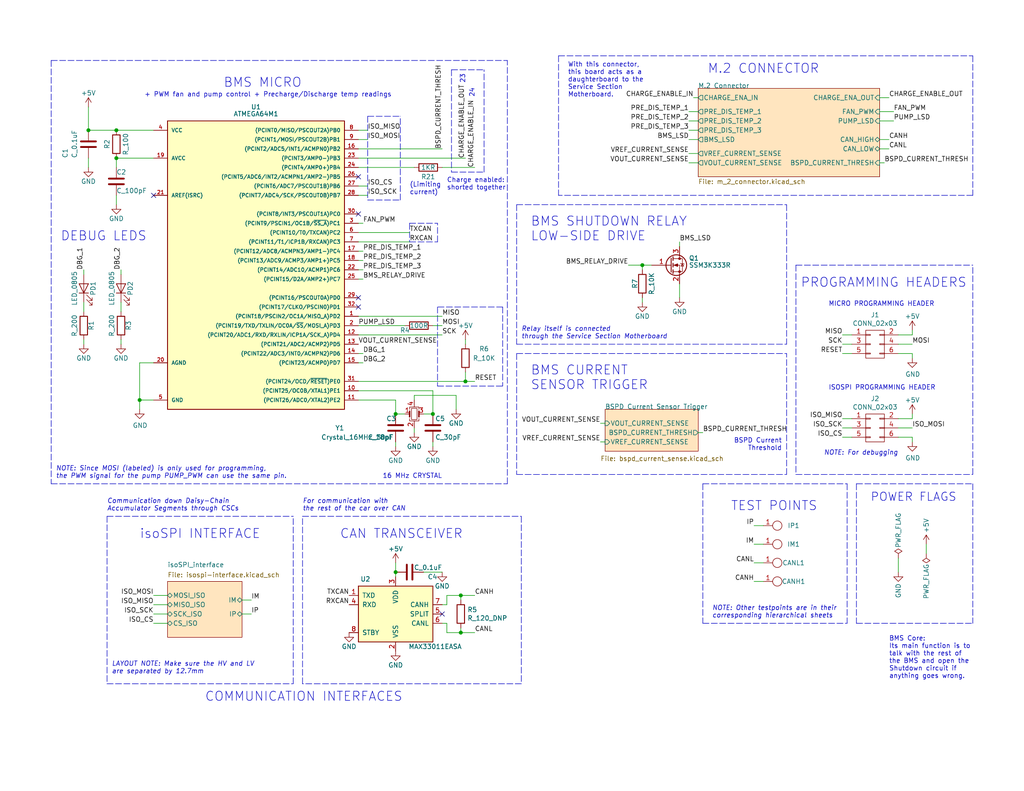
<source format=kicad_sch>
(kicad_sch (version 20211123) (generator eeschema)
  (paper "A")
  (title_block (title "BMS Core") (date "2022-12-03") (rev "0") (company "Olin Electric Motorsports") (comment 1 "Melissa Kazazic"))
  (lib_symbols
    (symbol "OEM:0u1F" (pin_numbers hide) (pin_names (offset 0.254))
      (property "Reference" "C" (at 0.635 2.54 0))
      (property "Value" "C_0.1uF" (at 0.635 -2.54 0))
      (symbol "0u1F_0_1"
        (polyline (pts (xy -2.032 -0.762) (xy 2.032 -0.762)) (stroke (width 0.508)))
        (polyline (pts (xy -2.032 0.762) (xy 2.032 0.762)) (stroke (width 0.508)))
      )
      (symbol "0u1F_1_1"
        (pin passive line (at 0 3.81 270) (length 2.794) (name "~") (number "1"))
        (pin passive line (at 0 -3.81 90) (length 2.794) (name "~") (number "2"))
      )
    )
    (symbol "OEM:100R" (pin_numbers hide) (pin_names (offset 0))
      (property "Reference" "R" (at 2.032 0 90))
      (property "Value" "R_100" (at -2.54 0 90))
      (symbol "100R_0_1"
        (rectangle (start -1.016 -2.54) (end 1.016 2.54) (stroke (width 0.254)))
      )
      (symbol "100R_1_1"
        (pin passive line (at 0 3.81 270) (length 1.27) (name "~") (number "1"))
        (pin passive line (at 0 -3.81 90) (length 1.27) (name "~") (number "2"))
      )
    )
    (symbol "OEM:100pF" (pin_numbers hide) (pin_names (offset 0.254))
      (property "Reference" "C" (at 0.635 2.54 0))
      (property "Value" "C_100pF" (at 0.635 -2.54 0))
      (symbol "100pF_0_1"
        (polyline (pts (xy -2.032 -0.762) (xy 2.032 -0.762)) (stroke (width 0.508)))
        (polyline (pts (xy -2.032 0.762) (xy 2.032 0.762)) (stroke (width 0.508)))
      )
      (symbol "100pF_1_1"
        (pin passive line (at 0 3.81 270) (length 2.794) (name "~") (number "1"))
        (pin passive line (at 0 -3.81 90) (length 2.794) (name "~") (number "2"))
      )
    )
    (symbol "OEM:10KR" (pin_numbers hide) (pin_names (offset 0))
      (property "Reference" "R" (at 2.032 0 90))
      (property "Value" "R_10K" (at -2.54 0 90))
      (symbol "10KR_0_1"
        (rectangle (start -1.016 -2.54) (end 1.016 2.54) (stroke (width 0.254)))
      )
      (symbol "10KR_1_1"
        (pin passive line (at 0 3.81 270) (length 1.27) (name "~") (number "1"))
        (pin passive line (at 0 -3.81 90) (length 1.27) (name "~") (number "2"))
      )
    )
    (symbol "OEM:120R_DNP" (pin_numbers hide) (pin_names (offset 0))
      (property "Reference" "R" (at 2.032 0 90))
      (property "Value" "R_120_DNP" (at -2.54 0 90))
      (symbol "120R_DNP_0_1"
        (rectangle (start -1.016 -2.54) (end 1.016 2.54) (stroke (width 0.254)))
      )
      (symbol "120R_DNP_1_1"
        (pin passive line (at 0 3.81 270) (length 1.27) (name "~") (number "1"))
        (pin passive line (at 0 -3.81 90) (length 1.27) (name "~") (number "2"))
      )
    )
    (symbol "OEM:1KR" (pin_numbers hide) (pin_names (offset 0))
      (property "Reference" "R" (at 2.032 0 90))
      (property "Value" "1KR" (at 0 0 90))
      (symbol "1KR_0_1"
        (rectangle (start -1.016 -2.54) (end 1.016 2.54) (stroke (width 0.254)))
      )
      (symbol "1KR_1_1"
        (pin passive line (at 0 3.81 270) (length 1.27) (name "~") (number "1"))
        (pin passive line (at 0 -3.81 90) (length 1.27) (name "~") (number "2"))
      )
    )
    (symbol "OEM:200R" (pin_numbers hide) (pin_names (offset 0))
      (property "Reference" "R" (at 2.032 0 90))
      (property "Value" "R_200" (at -2.54 0 90))
      (symbol "200R_0_1"
        (rectangle (start -1.016 -2.54) (end 1.016 2.54) (stroke (width 0.254)))
      )
      (symbol "200R_1_1"
        (pin passive line (at 0 3.81 270) (length 1.27) (name "~") (number "1"))
        (pin passive line (at 0 -3.81 90) (length 1.27) (name "~") (number "2"))
      )
    )
    (symbol "OEM:30pF" (pin_numbers hide) (pin_names (offset 0.254))
      (property "Reference" "C" (at 0.635 2.54 0))
      (property "Value" "C_30pF" (at 0.635 -2.54 0))
      (symbol "30pF_0_1"
        (polyline (pts (xy -2.032 -0.762) (xy 2.032 -0.762)) (stroke (width 0.508)))
        (polyline (pts (xy -2.032 0.762) (xy 2.032 0.762)) (stroke (width 0.508)))
      )
      (symbol "30pF_1_1"
        (pin passive line (at 0 3.81 270) (length 2.794) (name "~") (number "1"))
        (pin passive line (at 0 -3.81 90) (length 2.794) (name "~") (number "2"))
      )
    )
    (symbol "OEM:ATMEGA64M1" (pin_names (offset 1.016))
      (property "Reference" "U" (at -24.13 46.482 0))
      (property "Value" "ATMEGA64M1" (at 12.7 -35.56 0))
      (symbol "ATMEGA64M1_0_1"
        (rectangle (start -24.13 45.72) (end 24.13 -33.02) (stroke (width 0.254)) (fill (type background)))
      )
      (symbol "ATMEGA64M1_1_1"
        (pin bidirectional line (at 27.94 -7.62 180) (length 3.81) (name "(PCINT18/PSCIN2/OC1A/MISO_A)PD2") (number "1"))
        (pin bidirectional line (at 27.94 -27.94 180) (length 3.81) (name "(PCINT25/OC0B/XTAL1)PE1") (number "10"))
        (pin bidirectional line (at 27.94 -30.48 180) (length 3.81) (name "(PCINT26/ADC0/XTAL2)PE2") (number "11"))
        (pin bidirectional line (at 27.94 -12.7 180) (length 3.81) (name "(PCINT20/ADC1/RXD/RXLIN/ICP1A/SCK_A)PD4") (number "12"))
        (pin bidirectional line (at 27.94 -15.24 180) (length 3.81) (name "(PCINT21/ADC2/ACMP2)PD5") (number "13"))
        (pin bidirectional line (at 27.94 -17.78 180) (length 3.81) (name "(PCINT22/ADC3/INT0/ACMPN2)PD6") (number "14"))
        (pin bidirectional line (at 27.94 -20.32 180) (length 3.81) (name "(PCINT23/ACMP0)PD7") (number "15"))
        (pin bidirectional line (at 27.94 38.1 180) (length 3.81) (name "(PCINT2/ADC5/INT1/ACMPN0)PB2") (number "16"))
        (pin bidirectional line (at 27.94 10.16 180) (length 3.81) (name "(PCINT12/ADC8/ACMPN3/AMP1-)PC4") (number "17"))
        (pin bidirectional line (at 27.94 7.62 180) (length 3.81) (name "(PCINT13/ADC9/ACMP3/AMP1+)PC5") (number "18"))
        (pin power_in line (at -27.94 35.56 0) (length 3.81) (name "AVCC") (number "19"))
        (pin bidirectional line (at 27.94 -10.16 180) (length 3.81) (name "(PCINT19/TXD/TXLIN/OC0A/~{SS}/MOSI_A)PD3") (number "2"))
        (pin power_in line (at -27.94 -20.32 0) (length 3.81) (name "AGND") (number "20"))
        (pin power_in line (at -27.94 25.4 0) (length 3.81) (name "AREF(ISRC)") (number "21"))
        (pin bidirectional line (at 27.94 5.08 180) (length 3.81) (name "(PCINT14/ADC10/ACMP1)PC6") (number "22"))
        (pin bidirectional line (at 27.94 35.56 180) (length 3.81) (name "(PCINT3/AMP0-)PB3") (number "23"))
        (pin bidirectional line (at 27.94 33.02 180) (length 3.81) (name "(PCINT4/AMP0+)PB4") (number "24"))
        (pin bidirectional line (at 27.94 2.54 180) (length 3.81) (name "(PCINT15/D2A/AMP2+)PC7") (number "25"))
        (pin bidirectional line (at 27.94 30.48 180) (length 3.81) (name "(PCINT5/ADC6/INT2/ACMPN1/AMP2-)PB5") (number "26"))
        (pin bidirectional line (at 27.94 27.94 180) (length 3.81) (name "(PCINT6/ADC7/PSCOUT1B)PB6") (number "27"))
        (pin bidirectional line (at 27.94 25.4 180) (length 3.81) (name "(PCINT7/ADC4/SCK/PSCOUT0B)PB7") (number "28"))
        (pin bidirectional line (at 27.94 -2.54 180) (length 3.81) (name "(PCINT16/PSCOUT0A)PD0") (number "29"))
        (pin bidirectional line (at 27.94 17.78 180) (length 3.81) (name "(PCINT9/PSCIN1/OC1B/~{SS_A})PC1") (number "3"))
        (pin bidirectional line (at 27.94 20.32 180) (length 3.81) (name "(PCINT8/INT3/PSCOUT1A)PC0") (number "30"))
        (pin bidirectional line (at 27.94 -25.4 180) (length 3.81) (name "(PCINT24/OCD/~{RESET})PE0") (number "31"))
        (pin bidirectional line (at 27.94 -5.08 180) (length 3.81) (name "(PCINT17/CLKO/PSCIN0)PD1") (number "32"))
        (pin power_in line (at -27.94 43.18 0) (length 3.81) (name "VCC") (number "4"))
        (pin power_in line (at -27.94 -30.48 0) (length 3.81) (name "GND") (number "5"))
        (pin bidirectional line (at 27.94 15.24 180) (length 3.81) (name "(PCINT10/T0/TXCAN)PC2") (number "6"))
        (pin bidirectional line (at 27.94 12.7 180) (length 3.81) (name "(PCINT11/T1/ICP1B/RXCAN)PC3") (number "7"))
        (pin bidirectional line (at 27.94 43.18 180) (length 3.81) (name "(PCINT0/MISO/PSCOUT2A)PB0") (number "8"))
        (pin bidirectional line (at 27.94 40.64 180) (length 3.81) (name "(PCINT1/MOSI/PSCOUT2B)PB1") (number "9"))
      )
    )
    (symbol "OEM:CONN_02x03" (pin_names (offset 0.0254) hide)
      (property "Reference" "J" (at 0 5.08 0))
      (property "Value" "CONN_02x03" (at 0 -5.08 0))
      (symbol "CONN_02x03_0_1"
        (rectangle (start -2.54 -2.413) (end -1.27 -2.667))
        (rectangle (start -2.54 0.127) (end -1.27 -0.127))
        (rectangle (start -2.54 2.667) (end -1.27 2.413))
        (rectangle (start -2.54 3.81) (end 2.54 -3.81))
        (rectangle (start 1.27 -2.413) (end 2.54 -2.667))
        (rectangle (start 1.27 0.127) (end 2.54 -0.127))
        (rectangle (start 1.27 2.667) (end 2.54 2.413))
      )
      (symbol "CONN_02x03_1_1"
        (pin passive line (at -6.35 2.54 0) (length 3.81) (name "P1") (number "1"))
        (pin passive line (at 6.35 2.54 180) (length 3.81) (name "P2") (number "2"))
        (pin passive line (at -6.35 0 0) (length 3.81) (name "P3") (number "3"))
        (pin passive line (at 6.35 0 180) (length 3.81) (name "P4") (number "4"))
        (pin passive line (at -6.35 -2.54 0) (length 3.81) (name "P5") (number "5"))
        (pin passive line (at 6.35 -2.54 180) (length 3.81) (name "P6") (number "6"))
      )
    )
    (symbol "OEM:Crystal_16MHz_18pF" (pin_names (offset 1.016) hide)
      (property "Reference" "Y" (at 1.27 4.445 0))
      (property "Value" "Crystal_16MHz_18pF" (at 1.27 2.54 0))
      (symbol "Crystal_16MHz_18pF_0_1"
        (rectangle (start -0.762 -1.524) (end 0.762 1.524))
        (polyline (pts (xy -1.27 -0.762) (xy -1.27 0.762)) (stroke (width 0.381)))
        (polyline (pts (xy 1.27 -0.762) (xy 1.27 0.762)) (stroke (width 0.381)))
        (polyline (pts (xy -1.27 -1.27) (xy -1.27 -1.905) (xy 1.27 -1.905) (xy 1.27 -1.27)))
        (polyline (pts (xy -1.27 1.27) (xy -1.27 1.905) (xy 1.27 1.905) (xy 1.27 1.27)))
      )
      (symbol "Crystal_16MHz_18pF_1_1"
        (pin passive line (at -2.54 0 0) (length 1.27) (name "1") (number "1"))
        (pin passive line (at 0 -3.81 90) (length 1.905) (name "2") (number "2"))
        (pin passive line (at 2.54 0 180) (length 1.27) (name "3") (number "3"))
        (pin passive line (at 0 3.81 270) (length 1.905) (name "4") (number "4"))
      )
    )
    (symbol "OEM:LED_ORANGE" (pin_numbers hide) (pin_names (offset 1.016) hide)
      (property "Reference" "D" (at 0 -2.54 0))
      (property "Value" "LED_0805" (at 0 2.54 0))
      (symbol "LED_ORANGE_0_1"
        (polyline (pts (xy -1.27 -1.27) (xy -1.27 1.27)) (stroke (width 0.2032)))
        (polyline (pts (xy -1.27 0) (xy 1.27 0)))
        (polyline (pts (xy 1.27 -1.27) (xy 1.27 1.27) (xy -1.27 0) (xy 1.27 -1.27)) (stroke (width 0.2032)))
        (polyline (pts (xy -3.048 -0.762) (xy -4.572 -2.286) (xy -3.81 -2.286) (xy -4.572 -2.286) (xy -4.572 -1.524)))
        (polyline (pts (xy -1.778 -0.762) (xy -3.302 -2.286) (xy -2.54 -2.286) (xy -3.302 -2.286) (xy -3.302 -1.524)))
      )
      (symbol "LED_ORANGE_1_1"
        (pin passive line (at -3.81 0 0) (length 2.54) (name "K") (number "1"))
        (pin passive line (at 3.81 0 180) (length 2.54) (name "A") (number "2"))
      )
    )
    (symbol "OEM:MAX33011EASA" (pin_names (offset 1.016))
      (property "Reference" "U" (at -10.16 8.89 0))
      (property "Value" "MAX33011EASA" (at 2.54 8.89 0))
      (symbol "MAX33011EASA_0_1"
        (rectangle (start -10.16 7.62) (end 10.16 -7.62) (stroke (width 0.254)) (fill (type background)))
      )
      (symbol "MAX33011EASA_1_1"
        (pin input line (at -12.7 5.08 0) (length 2.54) (name "TXD") (number "1"))
        (pin power_in line (at 0 -10.16 90) (length 2.54) (name "VSS") (number "2"))
        (pin power_in line (at 0 10.16 270) (length 2.54) (name "VDD") (number "3"))
        (pin output line (at -12.7 2.54 0) (length 2.54) (name "RXD") (number "4"))
        (pin passive line (at 12.7 0 180) (length 2.54) (name "SPLIT") (number "5"))
        (pin bidirectional line (at 12.7 -2.54 180) (length 2.54) (name "CANL") (number "6"))
        (pin bidirectional line (at 12.7 2.54 180) (length 2.54) (name "CANH") (number "7"))
        (pin input line (at -12.7 -5.08 0) (length 2.54) (name "STBY") (number "8"))
      )
    )
    (symbol "OEM:SSM3K333R" (pin_names (offset 0) hide)
      (property "Reference" "Q" (at 5.08 1.905 0))
      (property "Value" "SSM3K333R" (at 5.08 0 0))
      (symbol "SSM3K333R_0_1"
        (polyline (pts (xy 0.762 -1.778) (xy 2.54 -1.778)))
        (polyline (pts (xy 0.762 -1.27) (xy 0.762 -2.286)) (stroke (width 0.254)))
        (polyline (pts (xy 0.762 0) (xy 2.54 0)))
        (polyline (pts (xy 0.762 0.508) (xy 0.762 -0.508)) (stroke (width 0.254)))
        (polyline (pts (xy 0.762 1.778) (xy 2.54 1.778)))
        (polyline (pts (xy 0.762 2.286) (xy 0.762 1.27)) (stroke (width 0.254)))
        (polyline (pts (xy 2.54 -1.778) (xy 2.54 -2.54)))
        (polyline (pts (xy 2.54 -1.778) (xy 2.54 0)))
        (polyline (pts (xy 2.54 2.54) (xy 2.54 1.778)))
        (polyline (pts (xy 0.254 1.905) (xy 0.254 -1.905) (xy 0.254 -1.905)) (stroke (width 0.254)))
        (polyline (pts (xy 1.016 0) (xy 2.032 0.381) (xy 2.032 -0.381) (xy 1.016 0)) (fill (type outline)))
        (polyline (pts (xy 2.54 -1.778) (xy 3.302 -1.778) (xy 3.302 1.778) (xy 2.54 1.778)))
        (polyline (pts (xy 2.794 0.508) (xy 2.921 0.381) (xy 3.683 0.381) (xy 3.81 0.254)))
        (polyline (pts (xy 3.302 0.381) (xy 2.921 -0.254) (xy 3.683 -0.254) (xy 3.302 0.381)))
        (circle (center 1.651 0) (radius 2.8194) (stroke (width 0.254)))
        (circle (center 2.54 -1.778) (radius 0.2794) (fill (type outline)))
        (circle (center 2.54 1.778) (radius 0.2794) (fill (type outline)))
      )
      (symbol "SSM3K333R_1_1"
        (pin input line (at -5.08 0 0) (length 5.334) (name "G") (number "1"))
        (pin passive line (at 2.54 -5.08 90) (length 2.54) (name "S") (number "2"))
        (pin passive line (at 2.54 5.08 270) (length 2.54) (name "D") (number "3"))
      )
    )
    (symbol "OEM:TP_SMD" (pin_names (offset 1.016))
      (property "Reference" "TP" (at 0 7.62 0))
      (property "Value" "Test_Point_SMD" (at 1.27 5.08 0))
      (symbol "TP_SMD_1_1"
        (circle (center 0 2.54) (radius 1.27))
        (pin input line (at 0 -1.27 90) (length 2.54) (name "~") (number "1"))
      )
    )
    (symbol "power:+5V" (power) (pin_names (offset 0))
      (property "Value" "+5V" (at 0 3.556 0))
      (symbol "+5V_0_1"
        (polyline (pts (xy -0.762 1.27) (xy 0 2.54)))
        (polyline (pts (xy 0 0) (xy 0 2.54)))
        (polyline (pts (xy 0 2.54) (xy 0.762 1.27)))
      )
      (symbol "+5V_1_1"
        (pin power_in line (at 0 0 90) (length 0) hide (name "+5V") (number "1"))
      )
    )
    (symbol "power:GND" (power) (pin_names (offset 0))
      (property "Value" "GND" (at 0 -3.81 0))
      (symbol "GND_0_1"
        (polyline (pts (xy 0 0) (xy 0 -1.27) (xy 1.27 -1.27) (xy 0 -2.54) (xy -1.27 -1.27) (xy 0 -1.27)))
      )
      (symbol "GND_1_1"
        (pin power_in line (at 0 0 270) (length 0) hide (name "GND") (number "1"))
      )
    )
    (symbol "power:PWR_FLAG" (power) (pin_numbers hide) (pin_names (offset 0) hide)
      (property "Value" "PWR_FLAG" (at 0 3.81 0))
      (symbol "PWR_FLAG_0_0"
        (pin power_out line (at 0 0 90) (length 0) (name "pwr") (number "1"))
      )
      (symbol "PWR_FLAG_0_1"
        (polyline (pts (xy 0 0) (xy 0 1.27) (xy -1.016 1.905) (xy 0 2.54) (xy 1.016 1.905) (xy 0 1.27)))
      )
    )
  )
  (junction (at 125.73 162.56))
  (junction (at 38.1 109.22))
  (junction (at 125.73 172.72))
  (junction (at 175.26 72.39))
  (junction (at 118.11 113.03))
  (junction (at 31.75 43.18))
  (junction (at 127 104.14))
  (junction (at 31.75 35.56))
  (junction (at 24.13 35.56))
  (junction (at 107.95 113.03))
  (junction (at 107.95 156.21))
  (no_connect (at 97.79 81.28))
  (no_connect (at 97.79 58.42))
  (no_connect (at 41.91 53.34))
  (no_connect (at 120.65 167.64))
  (no_connect (at 97.79 48.26))
  (no_connect (at 97.79 83.82))
  (wire (pts (xy 125.73 172.72) (xy 125.73 171.45)))
  (wire (pts (xy 208.28 143.51) (xy 205.74 143.51)))
  (polyline (pts (xy 265.43 129.54) (xy 265.43 72.39)))
  (wire (pts (xy 41.91 170.18) (xy 45.72 170.18)))
  (wire (pts (xy 248.92 119.38) (xy 245.11 119.38)))
  (wire (pts (xy 22.86 73.66) (xy 22.86 74.93)))
  (wire (pts (xy 121.92 162.56) (xy 125.73 162.56)))
  (wire (pts (xy 107.95 153.67) (xy 107.95 156.21)))
  (wire (pts (xy 113.03 118.11) (xy 113.03 116.84)))
  (polyline (pts (xy 137.16 83.82) (xy 137.16 105.41)))
  (polyline (pts (xy 217.17 72.39) (xy 265.43 72.39)))
  (wire (pts (xy 245.11 152.4) (xy 245.11 156.21)))
  (wire (pts (xy 22.86 82.55) (xy 22.86 85.09)))
  (wire (pts (xy 107.95 120.65) (xy 107.95 121.92)))
  (polyline (pts (xy 152.4 15.24) (xy 152.4 53.34)))
  (polyline (pts (xy 82.55 140.97) (xy 142.24 140.97)))
  (polyline (pts (xy 140.97 55.88) (xy 140.97 93.98)))
  (wire (pts (xy 22.86 92.71) (xy 22.86 93.98)))
  (polyline (pts (xy 233.68 132.08) (xy 265.43 132.08)))
  (wire (pts (xy 248.92 97.79) (xy 248.92 96.52)))
  (wire (pts (xy 190.5 33.02) (xy 187.96 33.02)))
  (wire (pts (xy 41.91 167.64) (xy 45.72 167.64)))
  (polyline (pts (xy 191.77 170.18) (xy 231.14 170.18)))
  (wire (pts (xy 242.57 38.1) (xy 240.03 38.1)))
  (polyline (pts (xy 111.76 60.96) (xy 111.76 66.04)))
  (wire (pts (xy 115.57 156.21) (xy 120.65 156.21)))
  (wire (pts (xy 163.83 120.65) (xy 165.1 120.65)))
  (wire (pts (xy 41.91 162.56) (xy 45.72 162.56)))
  (wire (pts (xy 189.23 26.67) (xy 190.5 26.67)))
  (polyline (pts (xy 142.24 186.69) (xy 82.55 186.69)))
  (wire (pts (xy 125.73 162.56) (xy 129.54 162.56)))
  (polyline (pts (xy 100.33 31.75) (xy 100.33 54.61)))
  (wire (pts (xy 97.79 91.44) (xy 120.65 91.44)))
  (wire (pts (xy 187.96 35.56) (xy 190.5 35.56)))
  (polyline (pts (xy 123.19 19.05) (xy 132.08 19.05)))
  (wire (pts (xy 24.13 35.56) (xy 31.75 35.56)))
  (polyline (pts (xy 29.21 140.97) (xy 29.21 186.69)))
  (wire (pts (xy 124.46 111.76) (xy 124.46 107.95)))
  (wire (pts (xy 120.65 45.72) (xy 129.54 45.72)))
  (wire (pts (xy 125.73 172.72) (xy 129.54 172.72)))
  (wire (pts (xy 38.1 99.06) (xy 38.1 109.22)))
  (wire (pts (xy 229.87 114.3) (xy 232.41 114.3)))
  (wire (pts (xy 97.79 66.04) (xy 111.76 66.04)))
  (polyline (pts (xy 265.43 53.34) (xy 152.4 53.34)))
  (wire (pts (xy 252.73 148.59) (xy 252.73 151.13)))
  (wire (pts (xy 121.92 172.72) (xy 121.92 170.18)))
  (polyline (pts (xy 119.38 83.82) (xy 119.38 105.41)))
  (polyline (pts (xy 217.17 129.54) (xy 265.43 129.54)))
  (wire (pts (xy 97.79 68.58) (xy 99.06 68.58)))
  (wire (pts (xy 229.87 91.44) (xy 232.41 91.44)))
  (wire (pts (xy 107.95 156.21) (xy 107.95 157.48)))
  (polyline (pts (xy 265.43 132.08) (xy 265.43 170.18)))
  (wire (pts (xy 118.11 106.68) (xy 118.11 113.03)))
  (wire (pts (xy 175.26 82.55) (xy 175.26 81.28)))
  (wire (pts (xy 31.75 35.56) (xy 41.91 35.56)))
  (polyline (pts (xy 214.63 129.54) (xy 214.63 96.52)))
  (wire (pts (xy 97.79 45.72) (xy 113.03 45.72)))
  (wire (pts (xy 33.02 73.66) (xy 33.02 74.93)))
  (wire (pts (xy 97.79 60.96) (xy 99.06 60.96)))
  (wire (pts (xy 229.87 116.84) (xy 232.41 116.84)))
  (wire (pts (xy 175.26 72.39) (xy 175.26 73.66)))
  (polyline (pts (xy 152.4 15.24) (xy 265.43 15.24)))
  (wire (pts (xy 121.92 172.72) (xy 125.73 172.72)))
  (wire (pts (xy 185.42 77.47) (xy 185.42 81.28)))
  (wire (pts (xy 208.28 153.67) (xy 205.74 153.67)))
  (wire (pts (xy 97.79 104.14) (xy 127 104.14)))
  (wire (pts (xy 229.87 93.98) (xy 232.41 93.98)))
  (wire (pts (xy 24.13 43.18) (xy 24.13 45.72)))
  (wire (pts (xy 66.04 163.83) (xy 68.58 163.83)))
  (wire (pts (xy 118.11 120.65) (xy 118.11 121.92)))
  (polyline (pts (xy 214.63 55.88) (xy 214.63 93.98)))
  (polyline (pts (xy 137.16 83.82) (xy 119.38 83.82)))
  (polyline (pts (xy 233.68 170.18) (xy 265.43 170.18)))
  (wire (pts (xy 175.26 72.39) (xy 171.45 72.39)))
  (polyline (pts (xy 123.19 19.05) (xy 123.19 46.99)))
  (wire (pts (xy 97.79 50.8) (xy 100.33 50.8)))
  (polyline (pts (xy 233.68 132.08) (xy 233.68 170.18)))
  (wire (pts (xy 97.79 53.34) (xy 100.33 53.34)))
  (wire (pts (xy 248.92 96.52) (xy 245.11 96.52)))
  (wire (pts (xy 190.5 118.11) (xy 191.77 118.11)))
  (wire (pts (xy 97.79 106.68) (xy 118.11 106.68)))
  (polyline (pts (xy 140.97 129.54) (xy 214.63 129.54)))
  (wire (pts (xy 242.57 26.67) (xy 240.03 26.67)))
  (polyline (pts (xy 231.14 132.08) (xy 231.14 170.18)))
  (wire (pts (xy 107.95 113.03) (xy 110.49 113.03)))
  (wire (pts (xy 97.79 88.9) (xy 110.49 88.9)))
  (polyline (pts (xy 29.21 186.69) (xy 80.01 186.69)))
  (wire (pts (xy 248.92 90.17) (xy 248.92 91.44)))
  (polyline (pts (xy 82.55 186.69) (xy 82.55 140.97)))
  (wire (pts (xy 245.11 91.44) (xy 248.92 91.44)))
  (wire (pts (xy 121.92 162.56) (xy 121.92 165.1)))
  (wire (pts (xy 208.28 148.59) (xy 205.74 148.59)))
  (wire (pts (xy 66.04 167.64) (xy 68.58 167.64)))
  (wire (pts (xy 97.79 86.36) (xy 120.65 86.36)))
  (wire (pts (xy 127 101.6) (xy 127 104.14)))
  (wire (pts (xy 99.06 76.2) (xy 97.79 76.2)))
  (wire (pts (xy 187.96 41.91) (xy 190.5 41.91)))
  (polyline (pts (xy 140.97 96.52) (xy 214.63 96.52)))
  (wire (pts (xy 229.87 96.52) (xy 232.41 96.52)))
  (wire (pts (xy 187.96 30.48) (xy 190.5 30.48)))
  (wire (pts (xy 121.92 170.18) (xy 120.65 170.18)))
  (polyline (pts (xy 140.97 93.98) (xy 214.63 93.98)))
  (wire (pts (xy 97.79 71.12) (xy 99.06 71.12)))
  (polyline (pts (xy 265.43 15.24) (xy 265.43 53.34)))
  (polyline (pts (xy 191.77 132.08) (xy 231.14 132.08)))
  (polyline (pts (xy 142.24 140.97) (xy 142.24 186.69)))
  (wire (pts (xy 97.79 109.22) (xy 107.95 109.22)))
  (wire (pts (xy 38.1 109.22) (xy 38.1 111.76)))
  (polyline (pts (xy 138.43 132.08) (xy 138.43 16.51)))
  (wire (pts (xy 31.75 53.34) (xy 31.75 55.88)))
  (wire (pts (xy 24.13 35.56) (xy 24.13 29.21)))
  (wire (pts (xy 107.95 109.22) (xy 107.95 113.03)))
  (wire (pts (xy 100.33 35.56) (xy 97.79 35.56)))
  (wire (pts (xy 127 92.71) (xy 127 93.98)))
  (wire (pts (xy 33.02 82.55) (xy 33.02 85.09)))
  (wire (pts (xy 125.73 162.56) (xy 125.73 163.83)))
  (wire (pts (xy 229.87 119.38) (xy 232.41 119.38)))
  (wire (pts (xy 118.11 88.9) (xy 120.65 88.9)))
  (wire (pts (xy 115.57 113.03) (xy 118.11 113.03)))
  (polyline (pts (xy 119.38 66.04) (xy 119.38 60.96)))
  (wire (pts (xy 175.26 72.39) (xy 177.8 72.39)))
  (wire (pts (xy 31.75 43.18) (xy 41.91 43.18)))
  (polyline (pts (xy 80.01 186.69) (xy 80.01 140.97)))
  (wire (pts (xy 248.92 120.65) (xy 248.92 119.38)))
  (polyline (pts (xy 111.76 60.96) (xy 119.38 60.96)))
  (wire (pts (xy 41.91 99.06) (xy 38.1 99.06)))
  (wire (pts (xy 41.91 165.1) (xy 45.72 165.1)))
  (wire (pts (xy 33.02 92.71) (xy 33.02 93.98)))
  (polyline (pts (xy 13.97 16.51) (xy 13.97 132.08)))
  (wire (pts (xy 113.03 107.95) (xy 113.03 109.22)))
  (wire (pts (xy 240.03 33.02) (xy 243.84 33.02)))
  (wire (pts (xy 31.75 43.18) (xy 31.75 45.72)))
  (wire (pts (xy 97.79 43.18) (xy 127 43.18)))
  (polyline (pts (xy 109.22 54.61) (xy 109.22 31.75)))
  (polyline (pts (xy 100.33 54.61) (xy 109.22 54.61)))
  (wire (pts (xy 97.79 99.06) (xy 99.06 99.06)))
  (wire (pts (xy 38.1 109.22) (xy 41.91 109.22)))
  (wire (pts (xy 97.79 63.5) (xy 111.76 63.5)))
  (polyline (pts (xy 13.97 16.51) (xy 138.43 16.51)))
  (wire (pts (xy 240.03 30.48) (xy 243.84 30.48)))
  (wire (pts (xy 97.79 40.64) (xy 120.65 40.64)))
  (polyline (pts (xy 100.33 31.75) (xy 109.22 31.75)))
  (wire (pts (xy 242.57 40.64) (xy 240.03 40.64)))
  (wire (pts (xy 121.92 165.1) (xy 120.65 165.1)))
  (polyline (pts (xy 132.08 46.99) (xy 132.08 19.05)))
  (wire (pts (xy 99.06 73.66) (xy 97.79 73.66)))
  (wire (pts (xy 97.79 38.1) (xy 100.33 38.1)))
  (wire (pts (xy 248.92 113.03) (xy 248.92 114.3)))
  (polyline (pts (xy 217.17 72.39) (xy 217.17 129.54)))
  (wire (pts (xy 208.28 158.75) (xy 205.74 158.75)))
  (polyline (pts (xy 13.97 132.08) (xy 138.43 132.08)))
  (polyline (pts (xy 140.97 55.88) (xy 214.63 55.88)))
  (wire (pts (xy 187.96 44.45) (xy 190.5 44.45)))
  (wire (pts (xy 248.92 93.98) (xy 245.11 93.98)))
  (polyline (pts (xy 140.97 96.52) (xy 140.97 129.54)))
  (wire (pts (xy 185.42 66.04) (xy 185.42 67.31)))
  (polyline (pts (xy 29.21 140.97) (xy 80.01 140.97)))
  (polyline (pts (xy 123.19 46.99) (xy 132.08 46.99)))
  (wire (pts (xy 97.79 96.52) (xy 99.06 96.52)))
  (wire (pts (xy 240.03 44.45) (xy 241.3 44.45)))
  (wire (pts (xy 124.46 107.95) (xy 113.03 107.95)))
  (wire (pts (xy 245.11 114.3) (xy 248.92 114.3)))
  (wire (pts (xy 127 104.14) (xy 129.54 104.14)))
  (wire (pts (xy 187.96 38.1) (xy 190.5 38.1)))
  (polyline (pts (xy 191.77 132.08) (xy 191.77 170.18)))
  (wire (pts (xy 248.92 116.84) (xy 245.11 116.84)))
  (wire (pts (xy 163.83 115.57) (xy 165.1 115.57)))
  (polyline (pts (xy 119.38 105.41) (xy 137.16 105.41)))
  (polyline (pts (xy 111.76 66.04) (xy 119.38 66.04)))
  (text "BMS SHUTDOWN RELAY\nLOW-SIDE DRIVE" (at 144.78 66.04 0) (effects (font (size 2.4892 2.4892)) (justify left bottom)))
  (text "MICRO PROGRAMMING HEADER\n" (at 226.06 83.82 0) (effects (font (size 1.27 1.27)) (justify left bottom)))
  (text "POWER FLAGS\n" (at 237.49 137.16 0) (effects (font (size 2.2606 2.2606)) (justify left bottom)))
  (text "NOTE: Other testpoints are in their\ncorresponding hierarchical sheets" (at 194.31 168.91 0) (effects (font (size 1.27 1.27) italic) (justify left bottom)))
  (text "Charge enabled:\nshorted together" (at 121.92 52.07 0) (effects (font (size 1.27 1.27)) (justify left bottom)))
  (text "For communication with\nthe rest of the car over CAN" (at 82.55 139.7 0) (effects (font (size 1.27 1.27) italic) (justify left bottom)))
  (text "23" (at 127 22.86 90) (effects (font (size 1.27 1.27)) (justify left bottom)))
  (text "ISOSPI PROGRAMMING HEADER" (at 226.06 106.68 0) (effects (font (size 1.27 1.27)) (justify left bottom)))
  (text "BMS CURRENT \nSENSOR TRIGGER" (at 144.78 106.68 0) (effects (font (size 2.4892 2.4892)) (justify left bottom)))
  (text "+ PWM fan and pump control + Precharge/Discharge temp readings" (at 39.37 26.67 0) (effects (font (size 1.27 1.27)) (justify left bottom)))
  (text "BMS MICRO" (at 60.96 24.13 0) (effects (font (size 2.4892 2.4892)) (justify left bottom)))
  (text "(Limiting\ncurrent)" (at 111.76 53.34 0) (effects (font (size 1.27 1.27)) (justify left bottom)))
  (text "Communication down Daisy-Chain\nAccumulator Segments through CSCs" (at 29.21 139.7 0) (effects (font (size 1.27 1.27) italic) (justify left bottom)))
  (text "isoSPI INTERFACE" (at 38.1 147.32 0) (effects (font (size 2.4892 2.4892)) (justify left bottom)))
  (text "COMMUNICATION INTERFACES" (at 55.88 191.77 0) (effects (font (size 2.4892 2.4892)) (justify left bottom)))
  (text "With this connector,\nthis board acts as a \ndaughterboard to the\nService Section\nMotherboard." (at 154.94 26.67 0) (effects (font (size 1.27 1.27)) (justify left bottom)))
  (text "Relay itself is connected\nthrough the Service Section Motherboard" (at 142.24 92.71 0) (effects (font (size 1.27 1.27) italic) (justify left bottom)))
  (text "PROGRAMMING HEADERS" (at 218.44 78.74 0) (effects (font (size 2.4892 2.4892)) (justify left bottom)))
  (text "DEBUG LEDS" (at 16.51 66.04 0) (effects (font (size 2.4892 2.4892)) (justify left bottom)))
  (text "LAYOUT NOTE: Make sure the HV and LV\nare separated by 12.7mm" (at 30.48 184.15 0) (effects (font (size 1.27 1.27) italic) (justify left bottom)))
  (text "M.2 CONNECTOR" (at 193.04 20.32 0) (effects (font (size 2.4892 2.4892)) (justify left bottom)))
  (text "NOTE: For debugging" (at 224.79 124.46 0) (effects (font (size 1.27 1.27) italic) (justify left bottom)))
  (text "24" (at 129.54 26.67 90) (effects (font (size 1.27 1.27)) (justify left bottom)))
  (text "BSPD Current\nThreshold" (at 213.36 123.19 180) (effects (font (size 1.27 1.27)) (justify right bottom)))
  (text "TEST POINTS" (at 199.39 139.7 0) (effects (font (size 2.4892 2.4892)) (justify left bottom)))
  (text "NOTE: Since MOSI (labeled) is only used for programming,\nthe PWM signal for the pump PUMP_PWM can use the same pin." (at 15.24 130.81 0) (effects (font (size 1.27 1.27) italic) (justify left bottom)))
  (text "CAN TRANSCEIVER" (at 92.71 147.32 0) (effects (font (size 2.4892 2.4892)) (justify left bottom)))
  (text "16 MHz CRYSTAL" (at 120.65 130.81 180) (effects (font (size 1.27 1.27)) (justify right bottom)))
  (text "BMS Core:\nIts main function is to\ntalk with the rest of\nthe BMS and open the \nShutdown circuit if\nanything goes wrong." (at 242.57 185.42 0) (effects (font (size 1.27 1.27)) (justify left bottom)))
  (label "VOUT_CURRENT_SENSE" (at 97.79 93.98 0))
  (label "ISO_MISO" (at 100.33 35.56 0))
  (label "CHARGE_ENABLE_OUT" (at 127 43.18 90))
  (label "CANL" (at 242.57 40.64 0))
  (label "CANH" (at 205.74 158.75 180))
  (label "CANL" (at 129.54 172.72 0))
  (label "TXCAN" (at 111.76 63.5 0))
  (label "BMS_RELAY_DRIVE" (at 99.06 76.2 0))
  (label "MISO" (at 229.87 91.44 180))
  (label "BMS_LSD" (at 185.42 66.04 0))
  (label "PUMP_LSD" (at 243.84 33.02 0))
  (label "PRE_DIS_TEMP_3" (at 187.96 35.56 180))
  (label "ISO_SCK" (at 229.87 116.84 180))
  (label "ISO_MOSI" (at 41.91 162.56 180))
  (label "CANL" (at 205.74 153.67 180))
  (label "RESET" (at 229.87 96.52 180))
  (label "PRE_DIS_TEMP_1" (at 99.06 68.58 0))
  (label "SCK" (at 229.87 93.98 180))
  (label "CANH" (at 129.54 162.56 0))
  (label "CHARGE_ENABLE_IN" (at 129.54 45.72 90))
  (label "BSPD_CURRENT_THRESH" (at 241.3 44.45 0))
  (label "VREF_CURRENT_SENSE" (at 187.96 41.91 180))
  (label "BMS_RELAY_DRIVE" (at 171.45 72.39 180))
  (label "ISO_SCK" (at 100.33 53.34 0))
  (label "BSPD_CURRENT_THRESH" (at 120.65 40.64 90))
  (label "ISO_MISO" (at 229.87 114.3 180))
  (label "ISO_CS" (at 41.91 170.18 180))
  (label "VOUT_CURRENT_SENSE" (at 187.96 44.45 180))
  (label "BMS_LSD" (at 187.96 38.1 180))
  (label "DBG_1" (at 22.86 73.66 90))
  (label "RXCAN" (at 95.25 165.1 180))
  (label "DBG_2" (at 99.06 99.06 0))
  (label "SCK" (at 120.65 91.44 0))
  (label "BSPD_CURRENT_THRESH" (at 191.77 118.11 0))
  (label "CANH" (at 242.57 38.1 0))
  (label "IP" (at 205.74 143.51 180))
  (label "ISO_CS" (at 229.87 119.38 180))
  (label "ISO_SCK" (at 41.91 167.64 180))
  (label "RESET" (at 129.54 104.14 0))
  (label "FAN_PWM" (at 99.06 60.96 0))
  (label "ISO_MOSI" (at 100.33 38.1 0))
  (label "IP" (at 68.58 167.64 0))
  (label "PRE_DIS_TEMP_2" (at 99.06 71.12 0))
  (label "PRE_DIS_TEMP_1" (at 187.96 30.48 180))
  (label "PRE_DIS_TEMP_2" (at 187.96 33.02 180))
  (label "MOSI" (at 120.65 88.9 0))
  (label "RXCAN" (at 111.76 66.04 0))
  (label "DBG_2" (at 33.02 73.66 90))
  (label "ISO_CS" (at 100.33 50.8 0))
  (label "FAN_PWM" (at 243.84 30.48 0))
  (label "IM" (at 68.58 163.83 0))
  (label "VREF_CURRENT_SENSE" (at 163.83 120.65 180))
  (label "PUMP_LSD" (at 97.79 88.9 0))
  (label "DBG_1" (at 99.06 96.52 0))
  (label "CHARGE_ENABLE_IN" (at 189.23 26.67 180))
  (label "ISO_MISO" (at 41.91 165.1 180))
  (label "IM" (at 205.74 148.59 180))
  (label "ISO_MOSI" (at 248.92 116.84 0))
  (label "PRE_DIS_TEMP_3" (at 99.06 73.66 0))
  (label "TXCAN" (at 95.25 162.56 180))
  (label "MOSI" (at 248.92 93.98 0))
  (label "VOUT_CURRENT_SENSE" (at 163.83 115.57 180))
  (label "CHARGE_ENABLE_OUT" (at 242.57 26.67 0))
  (label "MISO" (at 120.65 86.36 0))
  (symbol (lib_id "OEM:30pF") (at 107.95 116.84 0) (unit 1)
    (property "Reference" "C3" (at 105.41 114.3 0) (effects (justify left)))
    (property "Value" "C_30pF" (at 100.33 119.38 0) (effects (justify left)))
    (property "Footprint" "OEM:C_0603" (effects hide))
    (property "Datasheet" "https://media.digikey.com/pdf/Data%20Sheets/Samsung%20PDFs/CL_Series_MLCC_ds.pdf" (effects hide))
    (property "MPN" "1276-1130-1-ND" (effects hide))
    (property "MFN" "Digi-Key" (effects hide))
    (property "Package" "Value" (effects hide))
    (property "PurchasingLink" "https://www.digikey.com/product-detail/en/samsung-electro-mechanics-america-inc/CL21C300JBANNNC/1276-1130-1-ND/3889216" (effects hide))
  )
  (symbol (lib_id "power:GND") (at 24.13 45.72 0) (unit 1)
    (property "Reference" "#PWR?" (effects hide))
    (property "Value" "GND" (at 24.13 49.53 0))
  )
  (symbol (lib_id "OEM:0u1F") (at 24.13 39.37 0) (unit 1)
    (property "Reference" "C1" (at 17.78 43.18 90) (effects (justify left)))
    (property "Value" "C_0.1uF" (at 20.32 43.18 90) (effects (justify left)))
    (property "Footprint" "OEM:C_0603" (effects hide))
    (property "Datasheet" "http://datasheets.avx.com/X7RDielectric.pdf" (effects hide))
    (property "MPN" "478-3352-1-ND" (effects hide))
    (property "MFN" "Digi-Key" (effects hide))
    (property "Package" "Value" (effects hide))
    (property "PurchasingLink" "https://www.digikey.com/products/en?keywords=478-3352-1-ND" (effects hide))
  )
  (symbol (lib_id "OEM:CONN_02x03") (at 238.76 93.98 0) (unit 1)
    (property "Reference" "J1" (at 238.76 85.979 0))
    (property "Value" "CONN_02x03" (at 238.76 88.2904 0))
    (property "Footprint" "footprints:Pin_Header_Straight_2x03" (effects hide))
    (property "Datasheet" "http://portal.fciconnect.com/Comergent//fci/drawing/67996.pdf" (effects hide))
    (property "MFN" "DK" (effects hide))
    (property "MPN" "609-3234-ND" (effects hide))
    (property "PurchasingLink" "https://www.digikey.com/product-detail/en/amphenol-fci/67997-206HLF/609-3234-ND/1878491" (effects hide))
  )
  (symbol (lib_id "power:GND") (at 107.95 121.92 0) (unit 1)
    (property "Reference" "#PWR?" (effects hide))
    (property "Value" "GND" (at 107.95 125.73 0))
  )
  (symbol (lib_id "OEM:30pF") (at 118.11 116.84 0) (unit 1)
    (property "Reference" "C5" (at 118.745 114.3 0) (effects (justify left)))
    (property "Value" "C_30pF" (at 118.745 119.38 0) (effects (justify left)))
    (property "Footprint" "OEM:C_0603" (effects hide))
    (property "Datasheet" "https://media.digikey.com/pdf/Data%20Sheets/Samsung%20PDFs/CL_Series_MLCC_ds.pdf" (effects hide))
    (property "MPN" "1276-1130-1-ND" (effects hide))
    (property "MFN" "Digi-Key" (effects hide))
    (property "Package" "Value" (effects hide))
    (property "PurchasingLink" "https://www.digikey.com/product-detail/en/samsung-electro-mechanics-america-inc/CL21C300JBANNNC/1276-1130-1-ND/3889216" (effects hide))
  )
  (symbol (lib_id "OEM:1KR") (at 116.84 45.72 270) (unit 1)
    (property "Reference" "R21" (at 116.84 48.26 90))
    (property "Value" "1KR" (at 116.84 45.72 90))
    (property "Footprint" "Resistor_SMD:R_0603_1608Metric" (effects hide))
  )
  (symbol (lib_id "OEM:10KR") (at 127 97.79 0) (unit 1)
    (property "Reference" "R6" (at 132.08 95.25 0))
    (property "Value" "R_10K" (at 132.08 97.79 0))
    (property "Footprint" "OEM:R_0603" (effects hide))
    (property "Datasheet" "http://www.bourns.com/data/global/pdfs/CRS.pdf" (effects hide))
    (property "MFN" "DK" (effects hide))
    (property "MPN" "CRS0805-FX-1002ELFCT-ND" (effects hide))
    (property "PurchasingLink" "https://www.digikey.com/products/en?keywords=CRS0805-FX-1002ELFCT-ND" (effects hide))
  )
  (symbol (lib_id "power:GND") (at 31.75 55.88 0) (unit 1)
    (property "Reference" "#PWR?" (effects hide))
    (property "Value" "GND" (at 31.75 59.69 0))
  )
  (symbol (lib_id "power:GND") (at 22.86 93.98 0) (unit 1)
    (property "Reference" "#PWR?" (effects hide))
    (property "Value" "GND" (at 22.86 97.79 0))
  )
  (symbol (lib_id "OEM:Crystal_16MHz_18pF") (at 113.03 113.03 0) (unit 1)
    (property "Reference" "Y1" (at 91.44 116.84 0) (effects (justify left)))
    (property "Value" "Crystal_16MHz_18pF" (at 87.63 119.38 0) (effects (justify left)))
    (property "Footprint" "footprints:Crystal_SMD_FA238" (effects hide))
    (property "Datasheet" "https://support.epson.biz/td/api/doc_check.php?dl=brief_FA-238V_en.pdf" (effects hide))
    (property "MFN" "Digi-Key" (effects hide))
    (property "MPN" "SER3686CT-ND" (effects hide))
    (property "Package" "Value" (effects hide))
    (property "PurchasingLink" "https://www.digikey.com/products/en?keywords=SER3686CT-ND" (effects hide))
  )
  (symbol (lib_id "OEM:SSM3K333R") (at 182.88 72.39 0) (unit 1)
    (property "Reference" "Q1" (at 187.96 70.485 0) (effects (justify left)))
    (property "Value" "SSM3K333R" (at 187.96 72.39 0) (effects (justify left)))
    (property "Footprint" "footprints:SOT-23F" (effects hide))
    (property "Datasheet" "https://drive.google.com/drive/folders/0B-V-iZf33Y4GNzhDQTJZanJRbVk" (effects hide))
    (property "MFN" "DK" (effects hide))
    (property "MPN" "SSM3K333RLFCT-ND" (effects hide))
    (property "PurchasingLink" "https://www.digikey.com/product-detail/en/toshiba-semiconductor-and-storage/SSM3K333RLF/SSM3K333RLFCT-ND/3522391" (effects hide))
  )
  (symbol (lib_id "power:PWR_FLAG") (at 245.11 152.4 0) (unit 1)
    (property "Reference" "#FLG?" (effects hide))
    (property "Value" "PWR_FLAG" (at 245.11 144.78 90))
  )
  (symbol (lib_id "OEM:10KR") (at 175.26 77.47 180) (unit 1)
    (property "Reference" "R7" (at 173.228 77.47 90))
    (property "Value" "R_10K" (at 177.8 77.47 90))
    (property "Footprint" "OEM:R_0603" (effects hide))
    (property "Datasheet" "http://www.bourns.com/data/global/pdfs/CRS.pdf" (effects hide))
    (property "MFN" "DK" (effects hide))
    (property "MPN" "CRS0805-FX-1002ELFCT-ND" (effects hide))
    (property "PurchasingLink" "https://www.digikey.com/products/en?keywords=CRS0805-FX-1002ELFCT-ND" (effects hide))
  )
  (symbol (lib_id "OEM:TP_SMD") (at 209.55 143.51 270) (unit 1)
    (property "Reference" "IP1" (at 216.535 143.51 90))
    (property "Value" "Test_Point_SMD" (effects hide))
    (property "Footprint" "TestPoint:TestPoint_Pad_D1.0mm" (effects hide))
  )
  (symbol (lib_id "OEM:LED_ORANGE") (at 33.02 78.74 90) (unit 1)
    (property "Reference" "PD2" (at 35.56 78.74 0))
    (property "Value" "LED_0805" (at 30.48 78.74 0))
    (property "Footprint" "footprints:LED_0805_OEM" (effects hide))
    (property "Datasheet" "http://www.osram-os.com/Graphics/XPic9/00078860_0.pdf" (effects hide))
    (property "MFN" "DK" (effects hide))
    (property "MPN" "475-1410-1-ND" (effects hide))
    (property "PurchasingLink" "https://www.digikey.com/products/en?keywords=475-1410-1-ND" (effects hide))
  )
  (symbol (lib_id "power:PWR_FLAG") (at 252.73 151.13 180) (unit 1)
    (property "Reference" "#FLG?" (effects hide))
    (property "Value" "PWR_FLAG" (at 252.73 158.75 90))
  )
  (symbol (lib_id "power:GND") (at 185.42 81.28 0) (unit 1)
    (property "Reference" "#PWR?" (effects hide))
    (property "Value" "GND" (at 185.42 85.09 0))
  )
  (symbol (lib_id "power:GND") (at 248.92 97.79 0) (unit 1)
    (property "Reference" "#PWR?" (effects hide))
    (property "Value" "GND" (at 249.047 102.1842 0))
  )
  (symbol (lib_id "OEM:TP_SMD") (at 209.55 148.59 270) (unit 1)
    (property "Reference" "IM1" (at 216.535 148.59 90))
    (property "Value" "Test_Point_SMD" (effects hide))
    (property "Footprint" "TestPoint:TestPoint_Pad_D1.0mm" (effects hide))
  )
  (symbol (lib_id "OEM:200R") (at 22.86 88.9 0) (unit 1)
    (property "Reference" "R1" (at 24.892 88.9 90))
    (property "Value" "R_200" (at 20.32 88.9 90))
    (property "Footprint" "OEM:R_0603" (effects hide))
    (property "Datasheet" "https://www.seielect.com/Catalog/SEI-RMCF_RMCP.pdf" (effects hide))
    (property "MFN" "DK" (effects hide))
    (property "MPN" "RMCF0805JT200RCT-ND" (effects hide))
    (property "PurchasingLink" "https://www.digikey.com/products/en?keywords=RMCF0805JT200RCT-ND" (effects hide))
  )
  (symbol (lib_id "OEM:MAX33011EASA") (at 107.95 167.64 0) (unit 1)
    (property "Reference" "U2" (at 99.695 158.115 0))
    (property "Value" "MAX33011EASA" (at 118.745 176.53 0))
    (property "Footprint" "footprints:SOIC-8_3.9x4.9mm_Pitch1.27mm_OEM" (effects hide))
    (property "Datasheet" "http://www.microchip.com/mymicrochip/filehandler.aspx?ddocname=en561044" (effects hide))
    (property "MFN" "DK" (effects hide))
    (property "MPN" "MCP2561-E/SN-ND" (effects hide))
    (property "PurchasingLink" "https://www.digikey.com/products/en?keywords=mcp2561-e%2Fsn" (effects hide))
  )
  (symbol (lib_id "power:GND") (at 120.65 156.21 0) (unit 1)
    (property "Reference" "#PWR?" (effects hide))
    (property "Value" "GND" (at 120.65 160.02 0))
  )
  (symbol (lib_id "power:+5V") (at 248.92 113.03 0) (unit 1)
    (property "Reference" "#PWR?" (effects hide))
    (property "Value" "+5V" (at 248.92 109.22 0))
  )
  (symbol (lib_id "power:GND") (at 33.02 93.98 0) (unit 1)
    (property "Reference" "#PWR?" (effects hide))
    (property "Value" "GND" (at 33.02 97.79 0))
  )
  (symbol (lib_id "OEM:100R") (at 31.75 39.37 0) (unit 1)
    (property "Reference" "R2" (at 29.21 39.37 90))
    (property "Value" "R_100" (at 34.29 39.37 90))
    (property "Footprint" "OEM:R_0603" (effects hide))
    (property "Datasheet" "https://www.seielect.com/Catalog/SEI-rncp.pdf" (effects hide))
    (property "MFN" "Digi-Key" (effects hide))
    (property "MPN" "RNCP0805FTD100RCT-ND" (effects hide))
    (property "Package" "Value" (effects hide))
    (property "PurchasingLink" "https://www.digikey.com/products/en?keywords=RNCP0805FTD100RCT-ND" (effects hide))
  )
  (symbol (lib_id "OEM:LED_ORANGE") (at 22.86 78.74 90) (unit 1)
    (property "Reference" "PD1" (at 25.4 78.74 0))
    (property "Value" "LED_0805" (at 20.32 78.74 0))
    (property "Footprint" "footprints:LED_0805_OEM" (effects hide))
    (property "Datasheet" "http://www.osram-os.com/Graphics/XPic9/00078860_0.pdf" (effects hide))
    (property "MFN" "DK" (effects hide))
    (property "MPN" "475-1410-1-ND" (effects hide))
    (property "PurchasingLink" "https://www.digikey.com/products/en?keywords=475-1410-1-ND" (effects hide))
  )
  (symbol (lib_id "power:+5V") (at 252.73 148.59 0) (unit 1)
    (property "Reference" "#PWR?" (effects hide))
    (property "Value" "+5V" (at 252.73 143.51 90))
  )
  (symbol (lib_id "power:GND") (at 113.03 118.11 0) (unit 1)
    (property "Reference" "#PWR?" (effects hide))
    (property "Value" "GND" (at 113.03 121.92 0))
  )
  (symbol (lib_id "power:GND") (at 38.1 111.76 0) (unit 1)
    (property "Reference" "#PWR?" (effects hide))
    (property "Value" "GND" (at 38.227 116.1542 0))
  )
  (symbol (lib_id "OEM:120R_DNP") (at 125.73 167.64 0) (unit 1)
    (property "Reference" "R5" (at 127.508 166.4716 0) (effects (justify left)))
    (property "Value" "R_120_DNP" (at 127.508 168.783 0) (effects (justify left)))
    (property "Footprint" "OEM:R_0603" (effects hide))
    (property "Datasheet" "https://www.mouser.com/datasheet/2/315/AOA0000C304-1149620.pdf" (effects hide))
    (property "MFN" "DK" (effects hide))
    (property "MPN" "667-ERJ-6ENF1200V" (effects hide))
    (property "PurchasingLink" "https://www.mouser.com/ProductDetail/Panasonic-Industrial-Devices/ERJ-6ENF1200V?qs=sGAEpiMZZMvdGkrng054t8AJgcdMkx7x%252bFQnctTMUmU%3d" (effects hide))
  )
  (symbol (lib_id "power:GND") (at 107.95 177.8 0) (unit 1)
    (property "Reference" "#PWR?" (effects hide))
    (property "Value" "GND" (at 107.95 181.61 0))
  )
  (symbol (lib_id "OEM:ATMEGA64M1") (at 69.85 78.74 0) (unit 1)
    (property "Reference" "U1" (at 69.85 29.21 0))
    (property "Value" "ATMEGA64M1" (at 69.85 31.0896 0))
    (property "Footprint" "footprints:TQFP-32_7x7mm_Pitch0.8mm" (effects hide))
    (property "Datasheet" "http://ww1.microchip.com/downloads/en/DeviceDoc/Atmel-8209-8-bit%20AVR%20ATmega16M1-32M1-64M1_Datasheet.pdf" (effects hide))
    (property "MFN" "DK" (effects hide))
    (property "MPN" "ATMEGA16M1-AU-ND" (effects hide))
    (property "PurchasingLink" "https://www.digikey.com/product-detail/en/atmel/ATMEGA16M1-AU/ATMEGA16M1-AU-ND/2271208" (effects hide))
  )
  (symbol (lib_id "OEM:100R") (at 114.3 88.9 270) (unit 1)
    (property "Reference" "R4" (at 110.49 90.17 90))
    (property "Value" "100R" (at 114.3 88.9 90))
    (property "Footprint" "OEM:R_0603" (effects hide))
  )
  (symbol (lib_id "power:GND") (at 175.26 82.55 0) (unit 1)
    (property "Reference" "#PWR?" (effects hide))
    (property "Value" "GND" (at 175.26 86.36 0))
  )
  (symbol (lib_id "OEM:0u1F") (at 111.76 156.21 90) (unit 1)
    (property "Reference" "C4" (at 119.38 157.48 90) (effects (justify left)))
    (property "Value" "C_0.1uF" (at 120.65 154.94 90) (effects (justify left)))
    (property "Footprint" "OEM:C_0603" (effects hide))
    (property "Datasheet" "http://datasheets.avx.com/X7RDielectric.pdf" (effects hide))
    (property "MPN" "478-3352-1-ND" (effects hide))
    (property "MFN" "Digi-Key" (effects hide))
    (property "Package" "Value" (effects hide))
    (property "PurchasingLink" "https://www.digikey.com/products/en?keywords=478-3352-1-ND" (effects hide))
  )
  (symbol (lib_id "power:+5V") (at 127 92.71 0) (unit 1)
    (property "Reference" "#PWR?" (effects hide))
    (property "Value" "+5V" (at 127 88.9 0))
  )
  (symbol (lib_id "power:+5V") (at 248.92 90.17 0) (unit 1)
    (property "Reference" "#PWR?" (effects hide))
    (property "Value" "+5V" (at 248.92 86.36 0))
  )
  (symbol (lib_id "power:GND") (at 95.25 172.72 0) (unit 1)
    (property "Reference" "#PWR?" (effects hide))
    (property "Value" "GND" (at 95.25 176.53 0))
  )
  (symbol (lib_id "OEM:200R") (at 33.02 88.9 0) (unit 1)
    (property "Reference" "R3" (at 35.052 88.9 90))
    (property "Value" "R_200" (at 30.48 88.9 90))
    (property "Footprint" "OEM:R_0603" (effects hide))
    (property "Datasheet" "https://www.seielect.com/Catalog/SEI-RMCF_RMCP.pdf" (effects hide))
    (property "MFN" "DK" (effects hide))
    (property "MPN" "RMCF0805JT200RCT-ND" (effects hide))
    (property "PurchasingLink" "https://www.digikey.com/products/en?keywords=RMCF0805JT200RCT-ND" (effects hide))
  )
  (symbol (lib_id "OEM:TP_SMD") (at 209.55 158.75 270) (unit 1)
    (property "Reference" "CANH1" (at 216.535 158.75 90))
    (property "Value" "Test_Point_SMD" (effects hide))
    (property "Footprint" "TestPoint:TestPoint_Pad_D1.0mm" (effects hide))
  )
  (symbol (lib_id "power:GND") (at 245.11 156.21 0) (unit 1)
    (property "Reference" "#PWR?" (effects hide))
    (property "Value" "GND" (at 245.11 161.29 90))
  )
  (symbol (lib_id "OEM:CONN_02x03") (at 238.76 116.84 0) (unit 1)
    (property "Reference" "J2" (at 238.76 108.839 0))
    (property "Value" "CONN_02x03" (at 238.76 111.1504 0))
    (property "Footprint" "footprints:Pin_Header_Straight_2x03" (effects hide))
    (property "Datasheet" "http://portal.fciconnect.com/Comergent//fci/drawing/67996.pdf" (effects hide))
    (property "MFN" "DK" (effects hide))
    (property "MPN" "609-3234-ND" (effects hide))
    (property "PurchasingLink" "https://www.digikey.com/product-detail/en/amphenol-fci/67997-206HLF/609-3234-ND/1878491" (effects hide))
  )
  (symbol (lib_id "power:+5V") (at 107.95 153.67 0) (unit 1)
    (property "Reference" "#PWR?" (effects hide))
    (property "Value" "+5V" (at 107.95 149.86 0))
  )
  (symbol (lib_id "power:GND") (at 248.92 120.65 0) (unit 1)
    (property "Reference" "#PWR?" (effects hide))
    (property "Value" "GND" (at 249.047 125.0442 0))
  )
  (symbol (lib_id "OEM:TP_SMD") (at 209.55 153.67 270) (unit 1)
    (property "Reference" "CANL1" (at 216.535 153.67 90))
    (property "Value" "Test_Point_SMD" (effects hide))
    (property "Footprint" "TestPoint:TestPoint_Pad_D1.0mm" (effects hide))
  )
  (symbol (lib_id "OEM:100pF") (at 31.75 49.53 0) (unit 1)
    (property "Reference" "C2" (at 31.75 46.99 0) (effects (justify left)))
    (property "Value" "C_100pF" (at 31.75 52.07 0) (effects (justify left)))
    (property "Footprint" "OEM:C_0603" (effects hide))
    (property "Datasheet" "https://content.kemet.com/datasheets/KEM_C1003_C0G_SMD.pdf" (effects hide))
    (property "MPN" "399-1122-1-ND" (effects hide))
    (property "MFN" "Digi-Key" (effects hide))
    (property "Package" "Value" (effects hide))
    (property "PurchasingLink" "https://www.digikey.com/product-detail/en/kemet/C0805C101J5GACTU/399-1122-1-ND/411397" (effects hide))
  )
  (symbol (lib_id "power:+5V") (at 24.13 29.21 0) (unit 1)
    (property "Reference" "#PWR?" (effects hide))
    (property "Value" "+5V" (at 24.13 25.4 0))
  )
  (symbol (lib_id "power:GND") (at 118.11 121.92 0) (unit 1)
    (property "Reference" "#PWR?" (effects hide))
    (property "Value" "GND" (at 118.11 125.73 0))
  )
  (symbol (lib_id "power:GND") (at 124.46 111.76 0) (unit 1)
    (property "Reference" "#PWR?" (effects hide))
    (property "Value" "GND" (at 124.46 115.57 0))
  )
  (sheet (at 190.5 24.13) (size 49.53 24.13) (stroke (width 0.1524)) (fill (color 255 229 191 1.0000))
    (property "Sheet name" "M.2 Connector" (at 190.5 24.13 0) (effects (justify left bottom)))
    (property "Sheet file" "m_2_connector.kicad_sch" (at 190.5 48.8446 0) (effects (justify left top)))
    (pin "PRE_DIS_TEMP_2" output (at 190.5 33.02 180))
    (pin "PRE_DIS_TEMP_1" output (at 190.5 30.48 180))
    (pin "CAN_LOW" bidirectional (at 240.03 40.64 0))
    (pin "CAN_HIGH" bidirectional (at 240.03 38.1 0))
    (pin "PRE_DIS_TEMP_3" output (at 190.5 35.56 180))
    (pin "FAN_PWM" input (at 240.03 30.48 0))
    (pin "CHARGE_ENA_IN" output (at 190.5 26.67 180))
    (pin "VREF_CURRENT_SENSE" output (at 190.5 41.91 180))
    (pin "VOUT_CURRENT_SENSE" output (at 190.5 44.45 180))
    (pin "BSPD_CURRENT_THRESH" input (at 240.03 44.45 0))
    (pin "BMS_LSD" output (at 190.5 38.1 180))
    (pin "CHARGE_ENA_OUT" input (at 240.03 26.67 0))
    (pin "PUMP_LSD" input (at 240.03 33.02 0))
  )
  (sheet (at 45.72 158.75) (size 20.32 15.24) (stroke (width 0.1524)) (fill (color 255 229 191 1.0000))
    (property "Sheet name" "isoSPI_interface" (at 45.72 154.94 0) (effects (justify left bottom)))
    (property "Sheet file" "isospi-interface.kicad_sch" (at 45.72 156.21 0) (effects (justify left top)))
    (pin "IP" bidirectional (at 66.04 167.64 0))
    (pin "IM" bidirectional (at 66.04 163.83 0))
    (pin "SCK_ISO" bidirectional (at 45.72 167.64 180))
    (pin "MISO_ISO" bidirectional (at 45.72 165.1 180))
    (pin "MOSI_ISO" bidirectional (at 45.72 162.56 180))
    (pin "CS_ISO" bidirectional (at 45.72 170.18 180))
  )
  (sheet (at 165.1 111.76) (size 25.4 11.43) (stroke (width 0.1524)) (fill (color 255 229 191 1.0000))
    (property "Sheet name" "BSPD Current Sensor Trigger" (at 165.1 111.76 0) (effects (justify left bottom)))
    (property "Sheet file" "bspd_current_sense.kicad_sch" (at 163.83 124.46 0) (effects (justify left top)))
    (pin "VREF_CURRENT_SENSE" input (at 165.1 120.65 180))
    (pin "VOUT_CURRENT_SENSE" input (at 165.1 115.57 180))
    (pin "BSPD_CURRENT_THRESH" output (at 190.5 118.11 0))
  )
)
</source>
